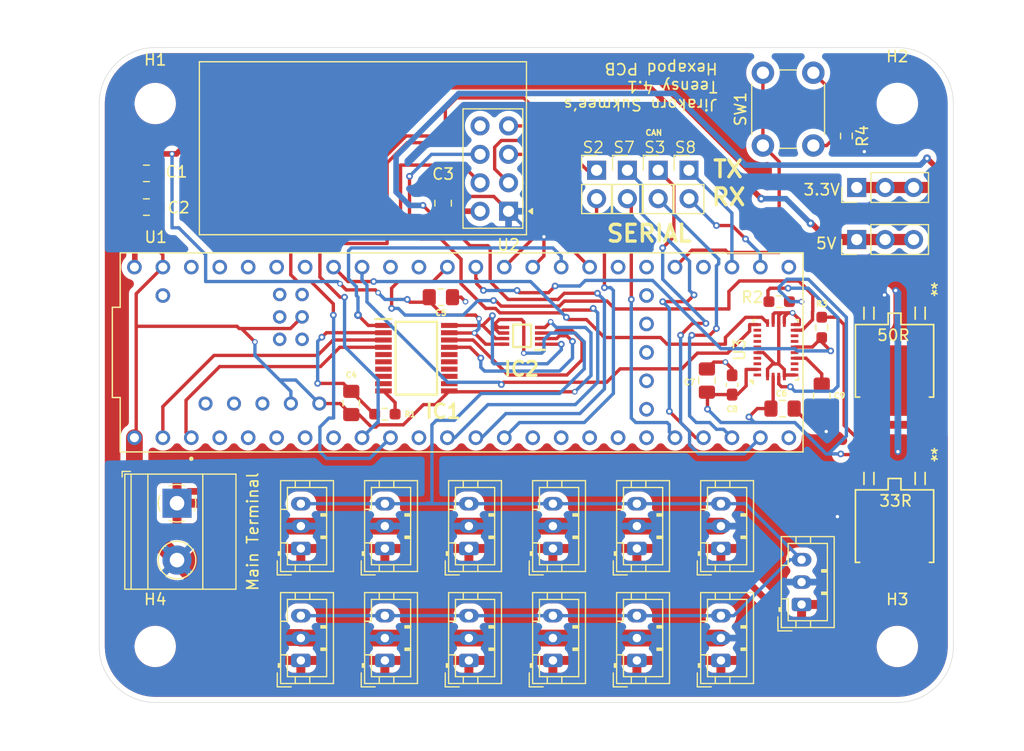
<source format=kicad_pcb>
(kicad_pcb (version 20240108) (generator "pcbnew") (generator_version "8.0")
  (layers (0 "F.Cu" signal) (1 "In1.Cu" power "PWR") (2 "In2.Cu" power "GND") (31 "B.Cu" signal) (34 "B.Paste" user) (35 "F.Paste" user) (36 "B.SilkS" user "B.Silkscreen") (37 "F.SilkS" user "F.Silkscreen") (38 "B.Mask" user) (39 "F.Mask" user) (44 "Edge.Cuts" user))
  (net 0 "")
  (net 1 "GND")
  (net 2 "+5V")
  (net 3 "+3.3V")
  (net 4 "Net-(U3-CAP)")
  (net 5 "VCC")
  (net 6 "Net-(IC1-B3)")
  (net 7 "/servo_tx1")
  (net 10 "Net-(IC1-OE)")
  (net 11 "/servo_rx1")
  (net 17 "Net-(IC1-B1)")
  (net 18 "/servo_dir")
  (net 21 "Net-(IC1-B2)")
  (net 23 "/from_servo")
  (net 24 "Net-(U3-~{BOOT_LOAD_PIN})")
  (net 25 "/BNO_RESET")
  (net 26 "/NRF_MOSI")
  (net 27 "/rx8")
  (net 28 "/NRF_MISO")
  (net 30 "/SDA")
  (net 31 "/ctx3")
  (net 34 "Net-(U1-3.3V-Pad3.3V_1)")
  (net 36 "/rx2")
  (net 39 "/crx3")
  (net 41 "/NRF_CS")
  (net 43 "/SCL")
  (net 45 "/tx8")
  (net 46 "/BNO_INT")
  (net 48 "/NRF_SCK")
  (net 52 "/tx2")
  (net 56 "/rx7")
  (net 57 "/BUTTON_PIN")
  (net 60 "/NRF_CE")
  (net 76 "/tx7")
  (net 77 "Net-(R4-Pad1)")
  (footprint "Connector_JST:JST_PH_B3B-PH-K_1x03_P2.00mm_Vertical" (layer "F.Cu") (at 173 127.25 90)
    (property "Reference" "servo11" (hide yes))
    (property "Value" "Conn_01x03_Socket")
  )
  (footprint "Capacitor_SMD:C_0805_2012Metric_Pad1.18x1.45mm_HandSolder" (layer "F.Cu") (at 178.5 104.75 180)
    (property "Reference" "C6")
    (property "Value" "0.1uF")
  )
  (footprint "Connector_JST:JST_PH_B3B-PH-K_1x03_P2.00mm_Vertical" (layer "F.Cu") (at 173 117.25 90)
    (property "Reference" "servo2" (hide yes))
    (property "Value" "Conn_01x03_Socket")
  )
  (footprint "Connector_PinHeader_2.54mm:PinHeader_1x03_P2.54mm_Vertical" (layer "F.Cu") (at 185.12 85 90)
    (property "Reference" "3.3V")
    (property "Value" "Conn_01x03_Pin")
  )
  (footprint "RF_Module:nRF24L01_Breakout" (layer "F.Cu") (at 154.04 87.12 180)
    (property "Reference" "U2")
    (property "Value" "NRF24")
  )
  (footprint "NC7WZ241K8X:SOP50P310X90-8N" (layer "F.Cu") (at 155.25 98.25 180)
    (property "Reference" "IC2")
    (property "Value" "NC7WZ241K8X" (hide yes))
  )
  (footprint "Connector_PinHeader_2.54mm:PinHeader_1x02_P2.54mm_Vertical" (layer "F.Cu") (at 161.9 83.46)
    (property "Reference" "J2" (hide yes))
    (property "Value" "SERIAL2")
  )
  (footprint "Connector_JST:JST_PH_B3B-PH-K_1x03_P2.00mm_Vertical" (layer "F.Cu") (at 150.5 117.25 90)
    (property "Reference" "servo6" (hide yes))
    (property "Value" "Conn_01x03_Socket")
  )
  (footprint "Connector_JST:JST_PH_B3B-PH-K_1x03_P2.00mm_Vertical" (layer "F.Cu") (at 135.5 117.25 90)
    (property "Reference" "servo13" (hide yes))
    (property "Value" "Conn_01x03_Socket")
  )
  (footprint "Capacitor_SMD:C_0805_2012Metric_Pad1.18x1.45mm_HandSolder" (layer "F.Cu") (at 148.2 86.4 -90)
    (property "Reference" "C3")
    (property "Value" "10uF")
  )
  (footprint "MountingHole:MountingHole_3.2mm_M3" (layer "F.Cu") (at 122.5 126)
    (property "Reference" "H4")
    (property "Value" "MountingHole")
  )
  (footprint "Connector_JST:JST_PH_B3B-PH-K_1x03_P2.00mm_Vertical" (layer "F.Cu") (at 143 127.25 90)
    (property "Reference" "servo10" (hide yes))
    (property "Value" "Conn_01x03_Socket")
  )
  (footprint "Capacitor_SMD:C_0805_2012Metric_Pad1.18x1.45mm_HandSolder" (layer "F.Cu") (at 121.7125 86.75)
    (property "Reference" "C2")
    (property "Value" "10uF")
  )
  (footprint "Capacitor_SMD:C_0805_2012Metric_Pad1.18x1.45mm_HandSolder" (layer "F.Cu") (at 171.75 102.25 90)
    (property "Reference" "C7")
    (property "Value" "0.1uF")
  )
  (footprint "Connector_PinHeader_2.54mm:PinHeader_1x02_P2.54mm_Vertical" (layer "F.Cu") (at 170.15 83.46)
    (property "Reference" "J5" (hide yes))
    (property "Value" "SERIAL8")
  )
  (footprint "TerminalBlock_Phoenix:TerminalBlock_Phoenix_MKDS-1,5-2-5.08_1x02_P5.08mm_Horizontal" (layer "F.Cu") (at 124.445 113.205 -90)
    (property "Reference" "Main Terminal")
    (property "Value" "Main Terminal")
  )
  (footprint "footprints:DPAK_STM" (layer "F.Cu") (at 188.5 115.25 180)
    (property "Reference" "33R")
    (property "Value" "LD29150DT33R")
  )
  (footprint "Resistor_SMD:R_0603_1608Metric_Pad0.98x0.95mm_HandSolder" (layer "F.Cu") (at 184.2 80.4 -90)
    (property "Reference" "R4")
    (property "Value" "10K")
  )
  (footprint "MountingHole:MountingHole_3.2mm_M3" (layer "F.Cu") (at 188.75 77.5)
    (property "Reference" "H2")
    (property "Value" "MountingHole")
  )
  (footprint "Resistor_SMD:R_0603_1608Metric_Pad0.98x0.95mm_HandSolder" (layer "F.Cu") (at 143 105.25)
    (property "Reference" "R1")
    (property "Value" "10K")
  )
  (footprint "MountingHole:MountingHole_3.2mm_M3" (layer "F.Cu") (at 188.75 126)
    (property "Reference" "H3")
    (property "Value" "MountingHole")
  )
  (footprint "Connector_PinHeader_2.54mm:PinHeader_1x02_P2.54mm_Vertical" (layer "F.Cu") (at 167.4 83.46)
    (property "Reference" "J4" (hide yes))
    (property "Value" "CAN_SERIAL3")
  )
  (footprint "Connector_JST:JST_PH_B3B-PH-K_1x03_P2.00mm_Vertical" (layer "F.Cu") (at 150.5 127.25 90)
    (property "Reference" "servo5" (hide yes))
    (property "Value" "Conn_01x03_Socket")
  )
  (footprint "Connector_JST:JST_PH_B3B-PH-K_1x03_P2.00mm_Vertical" (layer "F.Cu") (at 165.5 127.25 90)
    (property "Reference" "servo8" (hide yes))
    (property "Value" "Conn_01x03_Socket")
  )
  (footprint "Connector_JST:JST_PH_B3B-PH-K_1x03_P2.00mm_Vertical" (layer "F.Cu") (at 180.2 122.25 90)
    (property "Reference" "servo3" (hide yes))
    (property "Value" "Conn_01x03_Socket")
  )
  (footprint "Capacitor_SMD:C_0805_2012Metric_Pad1.18x1.45mm_HandSolder" (layer "F.Cu") (at 140 104.25 -90)
    (property "Reference" "C4")
    (property "Value" "0.1uF")
  )
  (footprint "Connector_PinHeader_2.54mm:PinHeader_1x02_P2.54mm_Vertical" (layer "F.Cu") (at 164.65 83.46)
    (property "Reference" "J3" (hide yes))
    (property "Value" "SERIAL7")
  )
  (footprint "Capacitor_SMD:C_0805_2012Metric_Pad1.18x1.45mm_HandSolder" (layer "F.Cu") (at 148 94.8)
    (property "Reference" "C5")
    (property "Value" "0.1uF")
  )
  (footprint "Resistor_SMD:R_0603_1608Metric_Pad0.98x0.95mm_HandSolder" (layer "F.Cu") (at 182 97.5 -90)
    (property "Reference" "R3")
    (property "Value" "10K")
  )
  (footprint "Connector_JST:JST_PH_B3B-PH-K_1x03_P2.00mm_Vertical" (layer "F.Cu") (at 165.5 117.25 90)
    (property "Reference" "servo7" (hide yes))
    (property "Value" "Conn_01x03_Socket")
  )
  (footprint "Button_Switch_THT:SW_PUSH_6mm" (layer "F.Cu") (at 176.75 81.25 90)
    (property "Reference" "SW1")
    (property "Value" "Push_Button")
  )
  (footprint "Connector_JST:JST_PH_B3B-PH-K_1x03_P2.00mm_Vertical" (layer "F.Cu") (at 158 127.25 90)
    (property "Reference" "servo12" (hide yes))
    (property "Value" "Conn_01x03_Socket")
  )
  (footprint "Package_LGA:LGA-28_5.2x3.8mm_P0.5mm" (layer "F.Cu") (at 177.9125 99.5 90)
    (property "Reference" "U3")
    (property "Value" "BNO055")
  )
  (footprint "Connector_JST:JST_PH_B3B-PH-K_1x03_P2.00mm_Vertical" (layer "F.Cu") (at 135.5 127.25 90)
    (property "Reference" "servo9" (hide yes))
    (property "Value" "Conn_01x03_Socket")
  )
  (footprint "Capacitor_SMD:C_0805_2012Metric_Pad1.18x1.45mm_HandSolder" (layer "F.Cu") (at 182 103.6 90)
    (property "Reference" "C9")
    (property "Value" "0.1uF")
  )
  (footprint "footprints:DPAK_STM" (layer "F.Cu") (at 188.5 100.4847 180)
    (property "Reference" "50R")
    (property "Value" "LD29150DT50R")
  )
  (footprint "Capacitor_SMD:C_0603_1608Metric_Pad1.08x0.95mm_HandSolder" (layer "F.Cu") (at 174 102.6375 -90)
    (property "Reference" "C8")
    (property "Value" "0.0068uF")
  )
  (footprint "TXB0108PWR:SOP65P640X120-20N" (layer "F.Cu") (at 145.812 100.25)
    (property "Reference" "IC1")
    (property "Value" "TXB0108PWR" (hide yes))
  )
  (footprint "Resistor_SMD:R_0603_1608Metric_Pad0.98x0.95mm_HandSolder" (layer "F.Cu") (at 178.2 95.2 180)
    (property "Reference" "R2")
    (property "Value" "10K")
  )
  (footprint "Capacitor_SMD:C_0805_2012Metric_Pad1.18x1.45mm_HandSolder" (layer "F.Cu") (at 121.7125 83.74)
    (property "Reference" "C1")
    (property "Value" "0.1uF")
  )
  (footprint "Connector_JST:JST_PH_B3B-PH-K_1x03_P2.00mm_Vertical" (layer "F.Cu") (at 143 117.25 90)
    (property "Reference" "servo4" (hide yes))
    (property "Value" "Conn_01x03_Socket")
  )
  (footprint "MountingHole:MountingHole_3.2mm_M3" (layer "F.Cu") (at 122.5 77.5)
    (property "Reference" "H1")
    (property "Value" "MountingHole")
  )
  (footprint "Connector_PinHeader_2.54mm:PinHeader_1x03_P2.54mm_Vertical" (layer "F.Cu") (at 185.12 89.65 90)
    (property "Reference" "5V")
    (property "Value" "Conn_01x03_Pin")
  )
  (footprint "Connector_JST:JST_PH_B3B-PH-K_1x03_P2.00mm_Vertical" (layer "F.Cu") (at 158 117.25 90)
    (property "Reference" "servo1" (hide yes))
    (property "Value" "Conn_01x03_Socket")
  )
  (footprint "DEV-16771:MODULE_DEV-16771" (layer "F.Cu") (at 149.85 99.7325)
    (property "Reference" "U1")
    (property "Value" "DEV-16771")
  )
  (gr_line (start 117.5 77.5) (end 117.5 126) (stroke (width 0.05)) (layer "Edge.Cuts"))
  (gr_arc (start 117.5 77.5) (mid 118.964466 73.964466) (end 122.5 72.5) (stroke (width 0.05)) (layer "Edge.Cuts"))
  (gr_line (start 188.75 72.5) (end 122.5 72.5) (stroke (width 0.05)) (layer "Edge.Cuts"))
  (gr_arc (start 122.5 131) (mid 118.964466 129.535534) (end 117.5 126) (stroke (width 0.05)) (layer "Edge.Cuts"))
  (gr_arc (start 193.75 126) (mid 192.285534 129.535534) (end 188.75 131) (stroke (width 0.05)) (layer "Edge.Cuts"))
  (gr_line (start 122.5 131) (end 188.75 131) (stroke (width 0.05)) (layer "Edge.Cuts"))
  (gr_arc (start 188.75 72.5) (mid 192.285534 73.964466) (end 193.75 77.5) (stroke (width 0.05)) (layer "Edge.Cuts"))
  (gr_line (start 193.75 126) (end 193.75 77.5) (stroke (width 0.05)) (layer "Edge.Cuts"))
  (gr_text "S8" (at 168.8 82 0) (layer "F.SilkS") (effects (font (size 1 1) (thickness 0.125) (bold yes)) (justify left bottom)))
  (gr_text "CAN\n" (at 166.2 80.4 0) (layer "F.SilkS") (effects (font (size 0.5 0.5) (thickness 0.125) (bold yes)) (justify left bottom)))
  (gr_text "S7\n" (at 163.32 82 0) (layer "F.SilkS") (effects (font (size 1 1) (thickness 0.125) (bold yes)) (justify left bottom)))
  (gr_text "SERIAL" (at 162.65 89.985 0) (layer "F.SilkS") (effects (font (size 1.5 1.5) (thickness 0.3) (bold yes)) (justify left bottom)))
  (gr_text "TX\n" (at 172.15 84.235 0) (layer "F.SilkS") (effects (font (size 1.5 1.5) (thickness 0.3) (bold yes)) (justify left bottom)))
  (gr_text "RX\n" (at 172.024286 86.735 0) (layer "F.SilkS") (effects (font (size 1.5 1.5) (thickness 0.3) (bold yes)) (justify left bottom)))
  (gr_text "S2\n" (at 160.57 82 0) (layer "F.SilkS") (effects (font (size 1 1) (thickness 0.125) (bold yes)) (justify left bottom)))
  (gr_text "S3" (at 166.07 82 0) (layer "F.SilkS") (effects (font (size 1 1) (thickness 0.125) (bold yes)) (justify left bottom)))
  (gr_text "Jirakorn Sukmee's \nTeensy 4.1 \nHexapod PCB" (at 172.8 73.8 180) (layer "F.SilkS") (effects (font (size 1 1)) (justify left bottom)))
  (segment (start 139.015 104.3025) (end 140 105.2875) (width 0.3) (layer "F.Cu") (net 1))
  (segment (start 135.45 125.2) (end 135.5 125.25) (width 1.5) (layer "F.Cu") (net 1))
  (segment (start 179.4 96.2) (end 178.4 96.2) (width 0.3) (layer "F.Cu") (net 1))
  (segment (start 124.445 118.285) (end 125.88 119.72) (width 1.5) (layer "F.Cu") (net 1))
  (segment (start 181.1875 106.4) (end 179.5375 104.75) (width 0.3) (layer "F.Cu") (net 1))
  (segment (start 140.6875 105.2875) (end 141.8 106.4) (width 0.3) (layer "F.Cu") (net 1))
  (segment (start 142.4 106.2) (end 144.643716 106.2) (width 0.3) (layer "F.Cu") (net 1))
  (segment (start 125.88 118.52) (end 129 115.4) (width 1.5) (layer "F.Cu") (net 1))
  (segment (start 188.5 102.25) (end 186.8 100.55) (width 0.6) (layer "F.Cu") (net 1))
  (segment (start 120.8 94.4925) (end 123.18 92.1125) (width 0.3) (layer "F.Cu") (net 1))
  (segment (start 173.4 100.6) (end 172.3625 100.6) (width 0.3) (layer "F.Cu") (net 1))
  (segment (start 134.5725 97.6) (end 135.61 96.5625) (width 0.3) (layer "F.Cu") (net 1))
  (segment (start 154.04 87.12) (end 152.72 85.8) (width 0.3) (layer "F.Cu") (net 1))
  (segment (start 182 104.6375) (end 182 106.4) (width 0.3) (layer "F.Cu") (net 1))
  (segment (start 174 101.775) (end 174 101.2) (width 0.3) (layer "F.Cu") (net 1))
  (segment (start 148.6375 85.8) (end 148.2 85.3625) (width 0.3) (layer "F.Cu") (net 1))
  (segment (start 177.623 100.7625) (end 177.8 100.7625) (width 0.3) (layer "F.Cu") (net 1))
  (segment (start 172.3625 100.6) (end 171.75 101.2125) (width 0.3) (layer "F.Cu") (net 1))
  (segment (start 177.4 124) (end 180.4 127) (width 0.6) (layer "F.Cu") (net 1))
  (segment (start 144.643716 106.2) (end 146.443716 104.4) (width 0.3) (layer "F.Cu") (net 1))
  (segment (start 125.88 119.72) (end 131.36 125.2) (width 1.5) (layer "F.Cu") (net 1))
  (segment (start 148.825 103.25) (end 159.95 103.25) (width 0.3) (layer "F.Cu") (net 1))
  (segment (start 177.8 96.2) (end 177.6625 96.3375) (width 0.3) (layer "F.Cu") (net 1))
  (segment (start 149.0375 94.8) (end 149.8 94.8) (width 0.3) (layer "F.Cu") (net 1))
  (segment (start 177.1625 101.8875) (end 177.1625 101.223) (width 0.3) (layer "F.Cu") (net 1))
  (segment (start 131.6 120.2) (end 175.4 120.2) (width 0.6) (layer "F.Cu") (net 1))
  (segment (start 157.3 97.5) (end 157.8 97) (width 0.3) (layer "F.Cu") (net 1))
  (segment (start 120.64 107.3525) (end 120.8 107.1925) (width 0.3) (layer "F.Cu") (net 1))
  (segment (start 123.18 91.02) (end 122.75 90.59) (width 0.3) (layer "F.Cu") (net 1))
  (segment (start 137.15 104.3025) (end 139.015 104.3025) (width 0.3) (layer "F.Cu") (net 1))
  (segment (start 123.18 92.1125) (end 123.18 91.02) (width 0.3) (layer "F.Cu") (net 1))
  (segment (start 124.445 118.285) (end 129.685 118.285) (width 0.6) (layer "F.Cu") (net 1))
  (segment (start 122.75 83.74) (end 122.75 86.75) (width 0.3) (layer "F.Cu") (net 1))
  (segment (start 129.685 118.285) (end 131.6 120.2) (width 0.6) (layer "F.Cu") (net 1))
  (segment (start 149.8 94.8) (end 150.2 95.2) (width 0.3) (layer "F.Cu") (net 1))
  (segment (start 157.2 91.1125) (end 156.2 92.1125) (width 0.3) (layer "F.Cu") (net 1))
  (segment (start 178.1625 100.7625) (end 178.6625 101.2625) (width 0.3) (layer "F.Cu") (net 1))
  (segment (start 185.3125 81.3125) (end 185.8 81.8) (width 0.3) (layer "F.Cu") (net 1))
  (segment (start 176.25 99.75) (end 176.7875 99.75) (width 0.3) (layer "F.Cu") (net 1))
  (segment (start 124.445 118.285) (end 120.64 114.48) (width 1.5) (layer "F.Cu") (net 1))
  (segment (start 178.1625 96.4375) (end 178.1625 97.1125) (width 0.3) (layer "F.Cu") (net 1))
  (segment (start 188.5 117.0153) (end 185.8847 114.4) (width 0.6) (layer "F.Cu") (net 1))
  (segment (start 156.825 97.5) (end 157.3 97.5) (width 0.3) (layer "F.Cu") (net 1))
  (segment (start 129.8 97.4) (end 130 97.6) (width 0.3) (layer "F.Cu") (net 1))
  (segment (start 188.5 120.1) (end 188.5 117.0153) (width 0.6) (layer "F.Cu") (net 1))
  (segment (start 148.75 103.175) (end 148.825 103.25) (width 0.3) (layer "F.Cu") (net 1))
  (segment (start 179.575 101.75) (end 178.8 101.75) (width 0.3) (layer "F.Cu") (net 1))
  (segment (start 130 97.6) (end 130.2 97.6) (width 0.3) (layer "F.Cu") (net 1))
  (segment (start 135.5 125.25) (end 173 125.25) (width 1.5) (layer "F.Cu") (net 1))
  (segment (start 177.8 100.7625) (end 178.1625 100.7625) (width 0.3) (layer "F.Cu") (net 1))
  (segment (start 146.443716 104.4) (end 147.525 104.4) (width 0.3) (layer "F.Cu") (net 1))
  (segment (start 180 96.8) (end 180 97.25) (width 0.3) (layer "F.Cu") (net 1))
  (segment (start 174 101.2) (end 173.4 100.6) (width 0.3) (layer "F.Cu") (net 1))
  (segment (start 184.4 126.8) (end 184.4 124.2) (width 0.6) (layer "F.Cu") (net 1))
  (segment (start 131.36 125.2) (end 133 125.2) (width 1.5) (layer "F.Cu") (net 1))
  (segment (start 185.8847 114.4) (end 183.4 114.4) (width 0.6) (layer "F.Cu") (net 1))
  (segment (start 175.4 120.2) (end 177.4 122.2) (width 0.6) (layer "F.Cu") (net 1))
  (segment (start 120.8 97.4) (end 120.8 94.4925) (width 0.3) (layer "F.Cu") (net 1))
  (segment (start 133 125.2) (end 135.45 125.2) (width 1.5) (layer "F.Cu") (net 1))
  (segment (start 178.8 101.75) (end 178.6625 101.8875) (width 0.3) (layer "F.Cu") (net 1))
  (segment (start 177.6625 96.3375) (end 177.6625 97.1125) (width 0.3) (layer "F.Cu") (net 1))
  (segment (start 178.4 96.2) (end 177.8 96.2) (width 0.3) (layer "F.Cu") (net 1))
  (segment (start 187.6 97) (end 187.6 94.6) (width 0.6) (layer "F.Cu") (net 1))
  (segment (start 120.8 107.1925) (end 120.8 97.4) (width 0.3) (layer "F.Cu") (net 1))
  (segment (start 122.75 90.59) (end 122.75 86.75) (width 0.3) (layer "F.Cu") (net 1))
  (segment (start 129 115.4) (end 130.4 115.4) (width 1.5) (layer "F.Cu") (net 1))
  (segment (start 178.6625 101.2625) (end 178.6625 101.8875) (width 0.3) (layer "F.Cu") (net 1))
  (segment (start 177.1625 101.223) (end 177.623 100.7625) (width 0.3) (layer "F.Cu") (net 1))
  (segment (start 125.88 119.72) (end 125.88 118.52) (width 1.5) (layer "F.Cu") (net 1))
  (segment (start 130.2 97.6) (end 131.4 98.8) (width 0.3) (layer "F.Cu") (net 1))
  (segment (start 130.2 97.6) (end 134.5725 97.6) (width 0.3) (layer "F.Cu") (net 1))
  (segment (start 140 105.2875) (end 140.6875 105.2875) (width 0.3) (layer "F.Cu") (net 1))
  (segment (start 182 106.4) (end 182.4 106.8) (width 0.3) (layer "F.Cu") (net 1))
  (segment (start 184.4 124.2) (end 188.5 120.1) (width 0.6) (layer "F.Cu") (net 1))
  (segment (start 180.4 127) (end 184.2 127) (width 0.6) (layer "F.Cu") (net 1))
  (segment (start 157.2 89.4) (end 157.2 91.1125) (width 0.3) (layer "F.Cu") (net 1))
  (segment (start 179.4 96.2) (end 180 96.8) (width 0.3) (layer "F.Cu") (net 1))
  (segment (start 130.55 115.25) (end 173 115.25) (width 1.5) (layer "F.Cu") (net 1))
  (segment (start 178.1625 97.1125) (end 178.1625 100.7625) (width 0.3) (layer "F.Cu") (net 1))
  (segment (start 182 106.4) (end 181.1875 106.4) (width 0.3) (layer "F.Cu") (net 1))
  (segment (start 120.64 114.48) (end 120.64 107.3525) (width 1.5) (layer "F.Cu") (net 1))
  (segment (start 184.2 127) (end 184.4 126.8) (width 0.6) (layer "F.Cu") (net 1))
  (segment (start 176.7875 99.75) (end 177.8 100.7625) (width 0.3) (layer "F.Cu") (net 1))
  (segment (start 178.6625 97.1125) (end 178.6625 96.5375) (width 0.3) (layer "F.Cu") (net 1))
  (segment (start 179 96.2) (end 179.4 96.2) (width 0.3) (layer "F.Cu") (net 1))
  (segment (start 180 97.25) (end 179.575 97.25) (width 0.3) (layer "F.Cu") (net 1))
  (segment (start 177.4 122.2) (end 177.4 124) (width 0.6) (layer "F.Cu") (net 1))
  (segment (start 178.4 96.2) (end 178.1625 96.4375) (width 0.3) (layer "F.Cu") (net 1))
  (segment (start 186.8 100.55) (end 186.8 97.8) (width 0.6) (layer "F.Cu") (net 1))
  (segment (start 147.525 104.4) (end 148.75 103.175) (width 0.3) (layer "F.Cu") (net 1))
  (segment (start 184.2 81.3125) (end 185.3125 81.3125) (width 0.3) (layer "F.Cu") (net 1))
  (segment (start 141.8 106.4) (end 142.2 106.4) (width 0.3) (layer "F.Cu") (net 1))
  (segment (start 186.8 97.8) (end 187.6 97) (width 0.6) (layer "F.Cu") (net 1))
  (segment (start 178.6625 96.5375) (end 179 96.2) (width 0.3) (layer "F.Cu") (net 1))
  (segment (start 120.8 97.4) (end 129.8 97.4) (width 0.3) (layer "F.Cu") (net 1))
  (segment (start 152.72 85.8) (end 148.6375 85.8) (width 0.3) (layer "F.Cu") (net 1))
  (segment (start 142.2 106.4) (end 142.4 106.2) (width 0.3) (layer "F.Cu") (net 1))
  (segment (start 130.4 115.4) (end 130.55 115.25) (width 1.5) (layer "F.Cu") (net 1))
  (via (at 157.2 89.4) (size 0.5) (drill 0.3) (layers "F.Cu" "B.Cu") (net 1))
  (via (at 187.6 94.6) (size 0.5) (drill 0.3) (layers "F.Cu" "B.Cu") (net 1))
  (via (at 150.2 95.2) (size 0.5) (drill 0.3) (layers "F.Cu" "B.Cu") (net 1))
  (via (at 173.4 100.6) (size 0.5) (drill 0.3) (layers "F.Cu" "B.Cu") (net 1))
  (via (at 183.4 114.4) (size 0.5) (drill 0.3) (layers "F.Cu" "B.Cu") (net 1))
  (via (at 157.8 97) (size 0.5) (drill 0.3) (layers "F.Cu" "B.Cu") (net 1))
  (via (at 131.4 98.8) (size 0.5) (drill 0.3) (layers "F.Cu" "B.Cu") (net 1))
  (via (at 182.4 106.8) (size 0.5) (drill 0.3) (layers "F.Cu" "B.Cu") (net 1))
  (via (at 179.4 96.2) (size 0.5) (drill 0.3) (layers "F.Cu" "B.Cu") (net 1))
  (via (at 159.95 103.25) (size 0.5) (drill 0.3) (layers "F.Cu" "B.Cu") (net 1))
  (via (at 185.8 81.8) (size 0.5) (drill 0.3) (layers "F.Cu" "B.Cu") (net 1))
  (segment (start 131.4 100) (end 133.6 102.2) (width 0.3) (layer "B.Cu") (net 1))
  (segment (start 161 97.6) (end 160.9 97.5) (width 0.3) (layer "B.Cu") (net 1))
  (segment (start 133.6 102.2) (end 135.0475 102.2) (width 0.3) (layer "B.Cu") (net 1))
  (segment (start 135.0475 102.2) (end 137.15 104.3025) (width 0.3) (layer "B.Cu") (net 1))
  (segment (start 154.04 87.12) (end 156.32 89.4) (width 0.3) (layer "B.Cu") (net 1))
  (segment (start 187.8 110) (end 187.8 109.2) (width 0.6) (layer "B.Cu") (net 1))
  (segment (start 161.4 98) (end 161 97.6) (width 0.3) (layer "B.Cu") (net 1))
  (segment (start 133.6 102.2) (end 134.61 103.21) (width 0.3) (layer "B.Cu") (net 1))
  (segment (start 160.9 97.5) (end 158.3 97.5) (width 0.3) (layer "B.Cu") (net 1))
  (segment (start 158.3 97.5) (end 157.8 97) (width 0.3) (layer "B.Cu") (net 1))
  (segment (start 161.4 101.8) (end 161.4 98) (width 0.3) (layer "B.Cu") (net 1))
  (segment (start 156.32 89.4) (end 157.2 89.4) (width 0.3) (layer "B.Cu") (net 1))
  (segment (start 183.4 114.4) (end 187.8 110) (width 0.6) (layer "B.Cu") (net 1))
  (segment (start 187.8 94.8) (end 187.6 94.6) (width 0.6) (layer "B.Cu") (net 1))
  (segment (start 187.8 109.2) (end 187.8 94.8) (width 0.6) (layer "B.Cu") (net 1))
  (segment (start 134.61 103.21) (end 134.61 104.3025) (width 0.3) (layer "B.Cu") (net 1))
  (segment (start 131.4 98.8) (end 131.4 100) (width 0.3) (layer "B.Cu") (net 1))
  (segment (start 159.95 103.25) (end 161.4 101.8) (width 0.3) (layer "B.Cu") (net 1))
  (segment (start 120.8 82.4) (end 120.675 82.525) (width 0.5) (layer "F.Cu") (net 2))
  (segment (start 151.075 96.4) (end 148.2 96.4) (width 0.3) (layer "F.Cu") (net 2))
  (segment (start 120.8 82) (end 120.8 82.4) (width 0.5) (layer "F.Cu") (net 2))
  (segment (start 151 98) (end 148.775 98) (width 0.3) (layer "F.Cu") (net 2))
  (segment (start 176.6 86) (end 166.6 76) (width 0.5) (layer "F.Cu") (net 2))
  (segment (start 142.15 94.15) (end 139.55 94.15) (width 0.3) (layer "F.Cu") (net 2))
  (segment (start 182.4 91.6) (end 182.4 89.8) (width 1) (layer "F.Cu") (net 2))
  (segment (start 146.7125 95.25) (end 145.25 95.25) (width 0.3) (layer "F.Cu") (net 2))
  (segment (start 148.2 96.4) (end 146.9625 95.1625) (width 0.3) (layer "F.Cu") (net 2))
  (segment (start 182.55 89.65) (end 190.2 89.65) (width 1) (layer "F.Cu") (net 2))
  (segment (start 139.55 94.15) (end 139 93.6) (width 0.3) (layer "F.Cu") (net 2))
  (segment (start 151 98) (end 152 99) (width 0.3) (layer "F.Cu") (net 2))
  (segment (start 130.4 76) (end 124.4 82) (width 0.5) (layer "F.Cu") (net 2))
  (segment (start 146.9625 95.1625) (end 146.9625 94.8) (width 0.3) (layer "F.Cu") (net 2))
  (segment (start 120.675 86.75) (end 120.675 92.0775) (width 0.5) (layer "F.Cu") (net 2))
  (segment (start 182.55 89.65) (end 181.1 88.2) (width 0.5) (layer "F.Cu") (net 2))
  (segment (start 184.8966 94.0966) (end 182.4 91.6) (width 1) (layer "F.Cu") (net 2))
  (segment (start 145.25 95.25) (end 145 95) (width 0.3) (layer "F.Cu") (net 2))
  (segment (start 120.675 92.0775) (end 120.64 92.1125) (width 0.5) (layer "F.Cu") (net 2))
  (segment (start 151.4 96.725) (end 151.075 96.4) (width 0.3) (layer "F.Cu") (net 2))
  (segment (start 120.675 83.74) (end 120.675 86.75) (width 0.5) (layer "F.Cu") (net 2))
  (segment (start 186.214 94.0966) (end 184.8966 94.0966) (width 1) (layer "F.Cu") (net 2))
  (segment (start 152 99) (end 153.675 99) (width 0.3) (layer "F.Cu") (net 2))
  (segment (start 181.1 88.2) (end 181 88.2) (width 0.5) (layer "F.Cu") (net 2))
  (segment (start 166.6 76) (end 130.4 76) (width 0.5) (layer "F.Cu") (net 2))
  (segment (start 142.4 94.4) (end 142.15 94.15) (width 0.3) (layer "F.Cu") (net 2))
  (segment (start 182.4 89.8) (end 182.55 89.65) (width 0.5) (layer "F.Cu") (net 2))
  (segment (start 120.675 82.525) (end 120.675 83.74) (width 0.5) (layer "F.Cu") (net 2))
  (segment (start 124.4 82) (end 120.8 82) (width 0.5) (layer "F.Cu") (net 2))
  (segment (start 148.775 98) (end 148.75 97.975) (width 0.3) (layer "F.Cu") (net 2))
  (via (at 139 93.6) (size 0.5) (drill 0.3) (layers "F.Cu" "B.Cu") (net 2))
  (via (at 151 98) (size 0.5) (drill 0.3) (layers "F.Cu" "B.Cu") (net 2))
  (via (at 145 95) (size 0.6) (drill 0.3) (layers "F.Cu" "B.Cu") (net 2))
  (via (at 181 88.2) (size 0.7) (drill 0.3) (layers "F.Cu" "B.Cu") (net 2))
  (via (at 124 82) (size 0.5) (drill 0.3) (layers "F.Cu" "B.Cu") (net 2))
  (via (at 151.4 96.725) (size 0.5) (drill 0.3) (layers "F.Cu" "B.Cu") (net 2))
  (via (at 176.6 86) (size 0.7) (drill 0.3) (layers "F.Cu" "B.Cu") (net 2))
  (via (at 142.4 94.4) (size 0.5) (drill 0.3) (layers "F.Cu" "B.Cu") (net 2))
  (segment (start 143 95) (end 142.4 94.4) (width 0.3) (layer "B.Cu") (net 2))
  (segment (start 124 88.6) (end 124 82) (width 0.3) (layer "B.Cu") (net 2))
  (segment (start 124.6 88.6) (end 124 88.6) (width 0.3) (layer "B.Cu") (net 2))
  (segment (start 151.4 97.6) (end 151 98) (width 0.3) (layer "B.Cu") (net 2))
  (segment (start 151.4 96.725) (end 151.4 97.6) (width 0.3) (layer "B.Cu") (net 2))
  (segment (start 145 95) (end 143 95) (width 0.3) (layer "B.Cu") (net 2))
  (segment (start 138.8 93.4) (end 132 93.4) (width 0.3) (layer "B.Cu") (net 2))
  (segment (start 127 91) (end 126 90) (width 0.3) (layer "B.Cu") (net 2))
  (segment (start 181 88.2) (end 178.8 86) (width 0.5) (layer "B.Cu") (net 2))
  (segment (start 126 90) (end 124.6 88.6) (width 0.3) (layer "B.Cu") (net 2))
  (segment (start 178.8 86) (end 176.6 86) (width 0.5) (layer "B.Cu") (net 2))
  (segment (start 132 93.4) (end 127 93.4) (width 0.3) (layer "B.Cu") (net 2))
  (segment (start 139 93.6) (end 138.8 93.4) (width 0.3) (layer "B.Cu") (net 2))
  (segment (start 127 93.4) (end 127 91) (width 0.3) (layer "B.Cu") (net 2))
  (segment (start 148.2 87.4375) (end 147.2375 87.4375) (width 0.3) (layer "F.Cu") (net 3))
  (segment (start 174.475 103.5) (end 175.25 102.725) (width 0.3) (layer "F.Cu") (net 3))
  (segment (start 184 106.25) (end 186.214 108.464) (width 0.3) (layer "F.Cu") (net 3))
  (segment (start 140 103.2125) (end 139.2875 102.5) (width 0.3) (layer "F.Cu") (net 3))
  (segment (start 182 96.5875) (end 183.3375 96.5875) (width 0.3) (layer "F.Cu") (net 3))
  (segment (start 192.8 85.2) (end 192.6 85) (width 0.5) (layer "F.Cu") (net 3))
  (segment (start 139.2875 102.5) (end 137 102.5) (width 0.3) (layer "F.Cu") (net 3))
  (segment (start 179.1125 95.2) (end 180.2 95.2) (width 0.3) (layer "F.Cu") (net 3))
  (segment (start 137.775 97.975) (end 142.874 97.975) (width 0.3) (layer "F.Cu") (net 3))
  (segment (start 137.375 98.375) (end 137.775 97.975) (width 0.3) (layer "F.Cu") (net 3))
  (segment (start 186.214 108.464) (end 186.214 108.8619) (width 0.3) (layer "F.Cu") (net 3))
  (segment (start 183.7 108.8) (end 183.7619 108.8619) (width 0.3) (layer "F.Cu") (net 3))
  (segment (start 171.8 103.3375) (end 171.75 103.2875) (width 0.3) (layer "F.Cu") (net 3))
  (segment (start 177.4625 104.75) (end 177.6625 104.55) (width 0.3) (layer "F.Cu") (net 3))
  (segment (start 192.8 105.6) (end 192.8 85.2) (width 0.7) (layer "F.Cu") (net 3))
  (segment (start 171.8 104.8) (end 171.8 103.3375) (width 0.3) (layer "F.Cu") (net 3))
  (segment (start 175.25 102.725) (end 175.25 101.25) (width 0.3) (layer "F.Cu") (net 3))
  (segment (start 175.25 101.25) (end 176.25 101.25) (width 0.3) (layer "F.Cu") (net 3))
  (segment (start 148.2 87.4375) (end 148.5625 87.4375) (width 0.3) (layer "F.Cu") (net 3))
  (segment (start 176.25 104.75) (end 175.5 105.5) (width 0.3) (layer "F.Cu") (net 3))
  (segment (start 183.7619 108.8619) (end 186.214 108.8619) (width 0.3) (layer "F.Cu") (net 3))
  (segment (start 174 103.5) (end 171.9625 103.5) (width 0.3) (layer "F.Cu") (net 3))
  (segment (start 183.3375 96.5875) (end 184 97.25) (width 0.3) (layer "F.Cu") (net 3))
  (segment (start 174 103.5) (end 174.475 103.5) (width 0.3) (layer "F.Cu") (net 3))
  (segment (start 148.88 87.12) (end 151.5 87.12) (width 0.5) (layer "F.Cu") (net 3))
  (segment (start 171.9625 103.5) (end 171.75 103.2875) (width 0.3) (layer "F.Cu") (net 3))
  (segment (start 192.2 106.2) (end 187.6 106.2) (width 0.7) (layer "F.Cu") (net 3))
  (segment (start 142.0875 105.25) (end 142.0375 105.25) (width 0.3) (layer "F.Cu") (net 3))
  (segment (start 187.6 106.2) (end 186.214 107.586) (width 0.7) (layer "F.Cu") (net 3))
  (segment (start 147.2375 87.4375) (end 146.4 86.6) (width 0.3) (layer "F.Cu") (net 3))
  (segment (start 192.6 85) (end 192.6 83.6) (width 0.5) (layer "F.Cu") (net 3))
  (segment (start 184 97.25) (end 184 106.25) (width 0.3) (layer "F.Cu") (net 3))
  (segment (start 148.5625 87.4375) (end 148.88 87.12) (width 0.3) (layer "F.Cu") (net 3))
  (segment (start 177.4625 104.75) (end 176.25 104.75) (width 0.3) (layer "F.Cu") (net 3))
  (segment (start 186.214 108.8619) (end 186.214 107.586) (width 0.5) (layer "F.Cu") (net 3))
  (segment (start 142.0375 105.25) (end 140 103.2125) (width 0.3) (layer "F.Cu") (net 3))
  (segment (start 177.6625 104.55) (end 177.6625 101.8875) (width 0.3) (layer "F.Cu") (net 3))
  (segment (start 192.2 106.2) (end 192.8 105.6) (width 0.7) (layer "F.Cu") (net 3))
  (segment (start 192.6 85) (end 185.12 85) (width 1) (layer "F.Cu") (net 3))
  (segment (start 185.3119 108.8619) (end 186.214 108.8619) (width 0.3) (layer "F.Cu") (net 3))
  (segment (start 192.6 83.6) (end 191.4 82.4) (width 0.5) (layer "F.Cu") (net 3))
  (via (at 175.5 105.5) (size 0.6) (drill 0.3) (layers "F.Cu" "B.Cu") (net 3))
  (via (at 191.4 82.4) (size 0.7) (drill 0.3) (layers "F.Cu" "B.Cu") (net 3))
  (via (at 180.2 95.2) (size 0.5) (drill 0.3) (layers "F.Cu" "B.Cu") (net 3))
  (via (at 146.4 86.6) (size 0.6) (drill 0.3) (layers "F.Cu" "B.Cu") (net 3))
  (via (at 171.8 104.8) (size 0.6) (drill 0.3) (layers "F.Cu" "B.Cu") (net 3))
  (via (at 137 102.5) (size 0.6) (drill 0.3) (layers "F.Cu" "B.Cu") (net 3))
  (via (at 137.375 98.375) (size 0.6) (drill 0.3) (layers "F.Cu" "B.Cu") (net 3))
  (via (at 183.7 108.8) (size 0.6) (drill 0.3) (layers "F.Cu" "B.Cu") (net 3))
  (segment (start 190.8 83) (end 175.2 83) (width 0.5) (layer "B.Cu") (net 3))
  (segment (start 144 85.4) (end 145.2 86.6) (width 0.5) (layer "B.Cu") (net 3))
  (segment (start 182.6 108.8) (end 182.4 108.8) (width 0.3) (layer "B.Cu") (net 3))
  (segment (start 137.375 98.375) (end 137 98.75) (width 0.3) (layer "B.Cu") (net 3))
  (segment (start 182.4 108.8) (end 179.6 106) (width 0.3) (layer "B.Cu") (net 3))
  (segment (start 137 98.75) (end 137 102.5) (width 0.3) (layer "B.Cu") (net 3))
  (segment (start 149.6 76.6) (end 144 82.2) (width 0.5) (layer "B.Cu") (net 3))
  (segment (start 145.2 86.6) (end 146.4 86.6) (width 0.5) (layer "B.Cu") (net 3))
  (segment (start 175.2 83) (end 168.8 76.6) (width 0.5) (layer "B.Cu") (net 3))
  (segment (start 184.2 96.6) (end 184.2 107.2) (width 0.3) (layer "B.Cu") (net 3))
  (segment (start 144 82.2) (end 144 85.4) (width 0.5) (layer "B.Cu") (net 3))
  (segment (start 176 106) (end 175.5 105.5) (width 0.3) (layer "B.Cu") (net 3))
  (segment (start 181 107.4) (end 179.6 106) (width 0.3) (layer "B.Cu") (net 3))
  (segment (start 180.8 93.2) (end 184.2 96.6) (width 0.3) (layer "B.Cu") (net 3))
  (segment (start 184.2 107.2) (end 182.6 108.8) (width 0.3) (layer "B.Cu") (net 3))
  (segment (start 168.8 76.6) (end 149.6 76.6) (width 0.5) (layer "B.Cu") (net 3))
  (segment (start 176.25 106) (end 176 106) (width 0.3) (layer "B.Cu") (net 3))
  (segment (start 183.7 108.8) (end 182.6 108.8) (width 0.3) (layer "B.Cu") (net 3))
  (segment (start 178.880761 93.2) (end 180.8 93.2) (width 0.3) (layer "B.Cu") (net 3))
  (segment (start 178.2 94.2) (end 178.2 93.880761) (width 0.3) (layer "B.Cu") (net 3))
  (segment (start 180.2 95.2) (end 179.2 95.2) (width 0.3) (layer "B.Cu") (net 3))
  (segment (start 191.4 82.4) (end 190.8 83) (width 0.5) (layer "B.Cu") (net 3))
  (segment (start 173 106) (end 176.25 106) (width 0.3) (layer "B.Cu") (net 3))
  (segment (start 178.2 93.880761) (end 178.880761 93.2) (width 0.3) (layer "B.Cu") (net 3))
  (segment (start 171.8 104.8) (end 173 106) (width 0.3) (layer "B.Cu") (net 3))
  (segment (start 179.2 95.2) (end 178.2 94.2) (width 0.3) (layer "B.Cu") (net 3))
  (segment (start 179.6 106) (end 179 106) (width 0.3) (layer "B.Cu") (net 3))
  (segment (start 179 106) (end 176.25 106) (width 0.3) (layer "B.Cu") (net 3))
  (segment (start 180.6 100.25) (end 182 101.65) (width 0.3) (layer "F.Cu") (net 4))
  (segment (start 182 101.65) (end 182 102.5625) (width 0.3) (layer "F.Cu") (net 4))
  (segment (start 179.575 100.25) (end 180.6 100.25) (width 0.3) (layer "F.Cu") (net 4))
  (segment (start 125.5 112.15) (end 131.45 112.15) (width 0.6) (layer "F.Cu") (net 5))
  (segment (start 124.445 113.205) (end 125.5 112.15) (width 0.6) (layer "F.Cu") (net 5))
  (segment (start 190.786 94.0966) (end 188.7034 94.0966) (width 0.6) (layer "F.Cu") (net 5))
  (segment (start 182.6 112.4) (end 187.2479 112.4) (width 0.6) (layer "F.Cu") (net 5))
  (segment (start 188.7034 94.0966) (end 188.6 94.2) (width 0.6) (layer "F.Cu") (net 5))
  (segment (start 133.8 109.8) (end 180 109.8) (width 0.6) (layer "F.Cu") (net 5))
  (segment (start 180 109.8) (end 182.6 112.4) (width 0.6) (layer "F.Cu") (net 5))
  (segment (start 190.786 108.8619) (end 189.0619 108.8619) (width 0.6) (layer "F.Cu") (net 5))
  (segment (start 131.45 112.15) (end 133.8 109.8) (width 0.6) (layer "F.Cu") (net 5))
  (segment (start 187.2479 112.4) (end 190.786 108.8619) (width 0.6) (layer "F.Cu") (net 5))
  (segment (start 189.0619 108.8619) (end 188.8 108.6) (width 0.6) (layer "F.Cu") (net 5))
  (via (at 188.6 94.2) (size 0.5) (drill 0.3) (layers "F.Cu" "B.Cu") (net 5))
  (via (at 188.8 108.6) (size 0.5) (drill 0.3) (layers "F.Cu" "B.Cu") (net 5))
  (segment (start 188.8 108.6) (end 188.8 94.4) (width 0.6) (layer "B.Cu") (net 5))
  (segment (start 188.8 94.4) (end 188.6 94.2) (width 0.6) (layer "B.Cu") (net 5))
  (segment (start 156.825 98.5) (end 158.330761 98.5) (width 0.3) (layer "F.Cu") (net 6))
  (segment (start 158.330761 98.5) (end 158.580761 98.25) (width 0.3) (layer "F.Cu") (net 6))
  (segment (start 150.60576 99.275) (end 148.75 99.275) (width 0.3) (layer "F.Cu") (net 6))
  (segment (start 151.56538 100.23462) (end 150.60576 99.275) (width 0.3) (layer "F.Cu") (net 6))
  (segment (start 159.25 98.25) (end 159.75 98.75) (width 0.3) (layer "F.Cu") (net 6))
  (segment (start 158.580761 98.25) (end 159.25 98.25) (width 0.3) (layer "F.Cu") (net 6))
  (via (at 151.56538 100.23462) (size 0.6) (drill 0.3) (layers "F.Cu" "B.Cu") (net 6))
  (via (at 159.75 98.75) (size 0.6) (drill 0.3) (layers "F.Cu" "B.Cu") (net 6))
  (segment (start 159.75 100.25) (end 159.75 98.75) (width 0.3) (layer "B.Cu") (net 6))
  (segment (start 158.6 101.4) (end 159.75 100.25) (width 0.3) (layer "B.Cu") (net 6))
  (segment (start 151.56538 101.06538) (end 151.9 101.4) (width 0.3) (layer "B.Cu") (net 6))
  (segment (start 151.56538 100.23462) (end 151.56538 101.06538) (width 0.3) (layer "B.Cu") (net 6))
  (segment (start 151.9 101.4) (end 158.6 101.4) (width 0.3) (layer "B.Cu") (net 6))
  (segment (start 142.874 99.275) (end 138.975 99.275) (width 0.3) (layer "F.Cu") (net 7))
  (segment (start 125.25 106.8825) (end 125.72 107.3525) (width 0.3) (layer "F.Cu") (net 7))
  (segment (start 128.25 101) (end 125.25 104) (width 0.3) (layer "F.Cu") (net 7))
  (segment (start 137.25 101) (end 128.25 101) (width 0.3) (layer "F.Cu") (net 7))
  (segment (start 125.25 104) (end 125.25 106.8825) (width 0.3) (layer "F.Cu") (net 7))
  (segment (start 138.975 99.275) (end 137.25 101) (width 0.3) (layer "F.Cu") (net 7))
  (segment (start 143.9125 104.2135) (end 142.874 103.175) (width 0.3) (layer "F.Cu") (net 10))
  (segment (start 143.9125 105.25) (end 143.9125 104.2135) (width 0.3) (layer "F.Cu") (net 10))
  (segment (start 127.75 100) (end 123.18 104.57) (width 0.3) (layer "F.Cu") (net 11))
  (segment (start 123.18 104.57) (end 123.18 107.3525) (width 0.3) (layer "F.Cu") (net 11))
  (segment (start 137 100) (end 127.75 100) (width 0.3) (layer "F.Cu") (net 11))
  (segment (start 142.874 98.625) (end 138.375 98.625) (width 0.3) (layer "F.Cu") (net 11))
  (segment (start 138.375 98.625) (end 137 100) (width 0.3) (layer "F.Cu") (net 11))
  (segment (start 152.9 98.5) (end 153.675 98.5) (width 0.3) (layer "F.Cu") (net 17))
  (segment (start 151.725 97.325) (end 152.9 98.5) (width 0.3) (layer "F.Cu") (net 17))
  (segment (start 151.725 97.325) (end 152.6 96.45) (width 0.3) (layer "F.Cu") (net 17))
  (segment (start 148.75 97.325) (end 151.5 97.325) (width 0.3) (layer "F.Cu") (net 17))
  (segment (start 151.5 97.325) (end 151.725 97.325) (width 0.3) (layer "F.Cu") (net 17))
  (segment (start 158.75 99) (end 156.825 99) (width 0.3) (layer "F.Cu") (net 17))
  (via (at 158.75 99) (size 0.6) (drill 0.3) (layers "F.Cu" "B.Cu") (net 17))
  (via (at 152.6 96.45) (size 0.6) (drill 0.3) (layers "F.Cu" "B.Cu") (net 17))
  (segment (start 158.75 99.5) (end 158.75 99) (width 0.3) (layer "B.Cu") (net 17))
  (segment (start 157.5 100.75) (end 158.75 99.5) (width 0.3) (layer "B.Cu") (net 17))
  (segment (start 152.75 100.75) (end 157.5 100.75) (width 0.3) (layer "B.Cu") (net 17))
  (segment (start 152.6 96.45) (end 152.6 100.6) (width 0.3) (layer "B.Cu") (net 17))
  (segment (start 152.6 100.6) (end 152.75 100.75) (width 0.3) (layer "B.Cu") (net 17))
  (segment (start 141.525 97.325) (end 140.6 96.4) (width 0.3) (layer "F.Cu") (net 18))
  (segment (start 142.874 97.325) (end 141.525 97.325) (width 0.3) (layer "F.Cu") (net 18))
  (via (at 140.6 96.4) (size 0.7) (drill 0.3) (layers "F.Cu" "B.Cu") (net 18))
  (segment (start 140.46 93.86) (end 140.46 94.657918) (width 0.3) (layer "B.Cu") (net 18))
  (segment (start 158 90.4) (end 140 90.4) (width 0.3) (layer "B.Cu") (net 18))
  (segment (start 139.756 93.156) (end 140.46 93.86) (width 0.3) (layer "B.Cu") (net 18))
  (segment (start 158.74 91.14) (end 158 90.4) (width 0.3) (layer "B.Cu") (net 18))
  (segment (start 158.74 92.1125) (end 158.74 91.14) (width 0.3) (layer "B.Cu") (net 18))
  (segment (start 140 90.4) (end 139.756 90.644) (width 0.3) (layer "B.Cu") (net 18))
  (segment (start 140.46 94.657918) (end 140.6 94.797918) (width 0.3) (layer "B.Cu") (net 18))
  (segment (start 140.6 94.797918) (end 140.6 96.4) (width 0.3) (layer "B.Cu") (net 18))
  (segment (start 139.756 90.644) (end 139.756 93.156) (width 0.3) (layer "B.Cu") (net 18))
  (segment (start 150.875 98.625) (end 154 101.75) (width 0.3) (layer "F.Cu") (net 21))
  (segment (start 158.123654 98) (end 156.825 98) (width 0.3) (layer "F.Cu") (net 21))
  (segment (start 159.669239 97.75) (end 158.373654 97.75) (width 0.3) (layer "F.Cu") (net 21))
  (segment (start 160.6 98.680761) (end 159.669239 97.75) (width 0.3) (layer "F.Cu") (net 21))
  (segment (start 158.373654 97.75) (end 158.123654 98) (width 0.3) (layer "F.Cu") (net 21))
  (segment (start 160.6 100.4) (end 160.6 98.680761) (width 0.3) (layer "F.Cu") (net 21))
  (segment (start 148.75 98.625) (end 150.875 98.625) (width 0.3) (layer "F.Cu") (net 21))
  (segment (start 154 101.75) (end 159.25 101.75) (width 0.3) (layer "F.Cu") (net 21))
  (segment (start 159.25 101.75) (end 160.6 100.4) (width 0.3) (layer "F.Cu") (net 21))
  (segment (start 153.2 96.8) (end 153.6 96.8) (width 0.3) (layer "F.Cu") (net 23))
  (segment (start 152.8 97.2) (end 153.2 96.8) (width 0.3) (layer "F.Cu") (net 23))
  (segment (start 155.2 96.8) (end 155.4 97) (width 0.3) (layer "F.Cu") (net 23))
  (segment (start 153.675 97.5) (end 153.1 97.5) (width 0.3) (layer "F.Cu") (net 23))
  (segment (start 153.6 96.8) (end 155.2 96.8) (width 0.3) (layer "F.Cu") (net 23))
  (segment (start 153.1 97.5) (end 152.8 97.2) (width 0.3) (layer "F.Cu") (net 23))
  (segment (start 153.2 98) (end 152.6 97.4) (width 0.3) (layer "F.Cu") (net 23))
  (segment (start 152.6 97.4) (end 152.8 97.2) (width 0.3) (layer "F.Cu") (net 23))
  (segment (start 153.675 98) (end 153.2 98) (width 0.3) (layer "F.Cu") (net 23))
  (segment (start 155.4 97) (end 155.4 99.8) (width 0.3) (layer "F.Cu") (net 23))
  (via (at 155.4 99.8) (size 0.5) (drill 0.3) (layers "F.Cu" "B.Cu") (net 23))
  (segment (start 149.2 105.8) (end 147.6 105.8) (width 0.3) (layer "B.Cu") (net 23))
  (segment (start 147.2 113.2) (end 146.8 113.2) (width 0.3) (layer "B.Cu") (net 23))
  (segment (start 151.6 103.4) (end 149.2 105.8) (width 0.3) (layer "B.Cu") (net 23))
  (segment (start 174.15 123.25) (end 179.15 118.25) (width 0.3) (layer "B.Cu") (net 23))
  (segment (start 146.8 113.2) (end 146.75 113.25) (width 0.3) (layer "B.Cu") (net 23))
  (segment (start 157 99.8) (end 157.2 99.6) (width 0.3) (layer "B.Cu") (net 23))
  (segment (start 157.8 98) (end 160 98) (width 0.3) (layer "B.Cu") (net 23))
  (segment (start 165.5 113.25) (end 173 113.25) (width 0.3) (layer "B.Cu") (net 23))
  (segment (start 150.5 123.25) (end 143 123.25) (width 0.3) (layer "B.Cu") (net 23))
  (segment (start 165.5 123.25) (end 158 123.25) (width 0.3) (layer "B.Cu") (net 23))
  (segment (start 157.2 99.6) (end 157.2 98.6) (width 0.3) (layer "B.Cu") (net 23))
  (segment (start 143 113.25) (end 135.5 113.25) (width 0.3) (layer "B.Cu") (net 23))
  (segment (start 157.2 98.6) (end 157.8 98) (width 0.3) (layer "B.Cu") (net 23))
  (segment (start 175.2 113.25) (end 180.2 118.25) (width 0.3) (layer "B.Cu") (net 23))
  (segment (start 158 123.25) (end 150.5 123.25) (width 0.3) (layer "B.Cu") (net 23))
  (segment (start 173 113.25) (end 175.2 113.25) (width 0.3) (layer "B.Cu") (net 23))
  (segment (start 143 123.25) (end 135.5 123.25) (width 0.3) (layer "B.Cu") (net 23))
  (segment (start 155.4 99.8) (end 157 99.8) (width 0.3) (layer "B.Cu") (net 23))
  (segment (start 160.8 101.2) (end 158.6 103.4) (width 0.3) (layer "B.Cu") (net 23))
  (segment (start 165.5 113.25) (end 158 113.25) (width 0.3) (layer "B.Cu") (net 23))
  (segment (start 150.5 113.25) (end 146.75 113.25) (width 0.3) (layer "B.Cu") (net 23))
  (segment (start 179.15 118.25) (end 180.2 118.25) (width 0.3) (layer "B.Cu") (net 23))
  (segment (start 147.2 106.2) (end 147.2 113.2) (width 0.3) (layer "B.Cu") (net 23))
  (segment (start 173 123.25) (end 174.15 123.25) (width 0.3) (layer "B.Cu") (net 23))
  (segment (start 150.5 113.25) (end 158 113.25) (width 0.3) (layer "B.Cu") (net 23))
  (segment (start 147.6 105.8) (end 147.2 106.2) (width 0.3) (layer "B.Cu") (net 23))
  (segment (start 146.75 113.25) (end 143 113.25) (width 0.3) (layer "B.Cu") (net 23))
  (segment (start 160.8 98.8) (end 160.8 101.2) (width 0.3) (layer "B.Cu") (net 23))
  (segment (start 158.6 103.4) (end 151.6 103.4) (width 0.3) (layer "B.Cu") (net 23))
  (segment (start 173 123.25) (end 165.5 123.25) (width 0.3) (layer "B.Cu") (net 23))
  (segment (start 160 98) (end 160.8 98.8) (width 0.3) (layer "B.Cu") (net 23))
  (segment (start 177.4 94) (end 177.2 94.2) (width 0.3) (layer "F.Cu") (net 24))
  (segment (start 177.2 95.1125) (end 177.2875 95.2) (width 0.3) (layer "F.Cu") (net 24))
  (segment (start 179.2 102.8) (end 178.4105 102.8) (width 0.3) (layer "F.Cu") (net 24))
  (segment (start 178.1625 102.552) (end 178.1625 101.8875) (width 0.3) (layer "F.Cu") (net 24))
  (segment (start 178.4105 102.8) (end 178.1625 102.552) (width 0.3) (layer "F.Cu") (net 24))
  (segment (start 177.2 94.2) (end 177.2 95.1125) (width 0.3) (layer "F.Cu") (net 24))
  (segment (start 179 94) (end 177.4 94) (width 0.3) (layer "F.Cu") (net 24))
  (via (at 179 94) (size 0.6) (drill 0.3) (layers "F.Cu" "B.Cu") (net 24))
  (via (at 179.2 102.8) (size 0.6) (drill 0.3) (layers "F.Cu" "B.Cu") (net 24))
  (segment (start 183.45 96.65) (end 183.45 102.75) (width 0.3) (layer "B.Cu") (net 24))
  (segment (start 179 94) (end 180.8 94) (width 0.3) (layer "B.Cu") (net 24))
  (segment (start 183 103.2) (end 179.6 103.2) (width 0.3) (layer "B.Cu") (net 24))
  (segment (start 183.45 102.75) (end 183 103.2) (width 0.3) (layer "B.Cu") (net 24))
  (segment (start 180.8 94) (end 183.45 96.65) (width 0.3) (layer "B.Cu") (net 24))
  (segment (start 179.6 103.2) (end 179.2 102.8) (width 0.3) (layer "B.Cu") (net 24))
  (segment (start 151.2 93.2) (end 151.12 93.12) (width 0.3) (layer "F.Cu") (net 25))
  (segment (start 181.1625 99.25) (end 182 98.4125) (width 0.3) (layer "F.Cu") (net 25))
  (segment (start 182 98.8) (end 182.8 99.6) (width 0.3) (layer "F.Cu") (net 25))
  (segment (start 151.12 93.12) (end 151.12 92.1125) (width 0.3) (layer "F.Cu") (net 25))
  (segment (start 158.2 93.8) (end 157.6 94.4) (width 0.3) (layer "F.Cu") (net 25))
  (segment (start 157.6 94.4) (end 155 94.4) (width 0.3) (layer "F.Cu") (net 25))
  (segment (start 179.575 99.25) (end 181.1625 99.25) (width 0.3) (layer "F.Cu") (net 25))
  (segment (start 151.8 94.2) (end 151.2 93.6) (width 0.3) (layer "F.Cu") (net 25))
  (segment (start 182 98.4125) (end 182 98.8) (width 0.3) (layer "F.Cu") (net 25))
  (segment (start 151.2 93.6) (end 151.2 93.2) (width 0.3) (layer "F.Cu") (net 25))
  (segment (start 155 94.4) (end 154.8 94.2) (width 0.3) (layer "F.Cu") (net 25))
  (via (at 154.8 94.2) (size 0.6) (drill 0.3) (layers "F.Cu" "B.Cu") (net 25))
  (via (at 182.8 99.6) (size 0.6) (drill 0.3) (layers "F.Cu" "B.Cu") (net 25))
  (via (at 151.8 94.2) (size 0.6) (drill 0.3) (layers "F.Cu" "B.Cu") (net 25))
  (via (at 158.2 93.8) (size 0.6) (drill 0.3) (layers "F.Cu" "B.Cu") (net 25))
  (segment (start 173 99.4) (end 179.6 99.4) (width 0.3) (layer "B.Cu") (net 25))
  (segment (start 158.2 93.8) (end 160.4 93.8) (width 0.3) (layer "B.Cu") (net 25))
  (segment (start 160.9 93.3) (end 166.9 93.3) (width 0.3) (layer "B.Cu") (net 25))
  (segment (start 179.6 99.4) (end 179.8 99.6) (width 0.3) (layer "B.Cu") (net 25))
  (segment (start 179.8 99.6) (end 182.8 99.6) (width 0.3) (layer "B.Cu") (net 25))
  (segment (start 166.9 93.3) (end 173 99.4) (width 0.3) (layer "B.Cu") (net 25))
  (segment (start 154.8 94.2) (end 151.8 94.2) (width 0.3) (layer "B.Cu") (net 25))
  (segment (start 160.4 93.8) (end 160.9 93.3) (width 0.3) (layer "B.Cu") (net 25))
  (segment (start 145.2 87.6) (end 145.2 84) (width 0.3) (layer "F.Cu") (net 26))
  (segment (start 154 95) (end 152.4 93.4) (width 0.3) (layer "F.Cu") (net 26))
  (segment (start 152.4 93.4) (end 152.4 90.4) (width 0.3) (layer "F.Cu") (net 26))
  (segment (start 152.2 90.2) (end 150.6 90.2) (width 0.3) (layer "F.Cu") (net 26))
  (segment (start 158.466548 95) (end 154 95) (width 0.3) (layer "F.Cu") (net 26))
  (segment (start 149.4 89) (end 146.6 89) (width 0.3) (layer "F.Cu") (net 26))
  (segment (start 159.016548 94.45) (end 158.466548 95) (width 0.3) (layer "F.Cu") (net 26))
  (segment (start 161.975499 94.45) (end 159.016548 94.45) (width 0.3) (layer "F.Cu") (net 26))
  (segment (start 146.6 89) (end 145.2 87.6) (width 0.3) (layer "F.Cu") (net 26))
  (segment (start 152.4 90.4) (end 152.2 90.2) (width 0.3) (layer "F.Cu") (net 26))
  (segment (start 150.6 90.2) (end 149.4 89) (width 0.3) (layer "F.Cu") (net 26))
  (via (at 145.2 84) (size 0.6) (drill 0.3) (layers "F.Cu" "B.Cu") (net 26))
  (via (at 161.975499 94.45) (size 0.6) (drill 0.3) (layers "F.Cu" "B.Cu") (net 26))
  (segment (start 153.8 105.2) (end 151.6475 107.3525) (width 0.3) (layer "B.Cu") (net 26))
  (segment (start 160.4 105.2) (end 153.8 105.2) (width 0.3) (layer "B.Cu") (net 26))
  (segment (start 162.6 103) (end 160.4 105.2) (width 0.3) (layer "B.Cu") (net 26))
  (segment (start 151.6475 107.3525) (end 151.12 107.3525) (width 0.3) (layer "B.Cu") (net 26))
  (segment (start 162.6 95.074501) (end 162.6 103) (width 0.3) (layer "B.Cu") (net 26))
  (segment (start 145.2 84) (end 147.16 82.04) (width 0.3) (layer "B.Cu") (net 26))
  (segment (start 147.16 82.04) (end 151.5 82.04) (width 0.3) (layer "B.Cu") (net 26))
  (segment (start 161.975499 94.45) (end 162.6 95.074501) (width 0.3) (layer "B.Cu") (net 26))
  (segment (start 174 88.4) (end 175.2 89.6) (width 0.3) (layer "F.Cu") (net 27))
  (segment (start 172.6 88.4) (end 174 88.4) (width 0.3) (layer "F.Cu") (net 27))
  (via (at 172.6 88.4) (size 0.6) (drill 0.3) (layers "F.Cu" "B.Cu") (net 27))
  (via (at 175.2 89.6) (size 0.6) (drill 0.3) (layers "F.Cu" "B.Cu") (net 27))
  (segment (start 172.55 88.4) (end 172.6 88.4) (width 0.3) (layer "B.Cu") (net 27))
  (segment (start 176.52 90.92) (end 176.52 92.1125) (width 0.3) (layer "B.Cu") (net 27))
  (segment (start 170.15 86) (end 172.55 88.4) (width 0.3) (layer "B.Cu") (net 27))
  (segment (start 175.2 89.6) (end 176.52 90.92) (width 0.3) (layer "B.Cu") (net 27))
  (segment (start 155.9 79.5) (end 154.04 79.5) (width 0.3) (layer "F.Cu") (net 28))
  (segment (start 160 89.6) (end 157.6 87.2) (width 0.3) (layer "F.Cu") (net 28))
  (segment (start 162.6 93.95) (end 162.6 90.4) (width 0.3) (layer "F.Cu") (net 28))
  (segment (start 157.6 81.2) (end 155.9 79.5) (width 0.3) (layer "F.Cu") (net 28))
  (segment (start 161.8 89.6) (end 160 89.6) (width 0.3) (layer "F.Cu") (net 28))
  (segment (start 157.6 87.2) (end 157.6 81.2) (width 0.3) (layer "F.Cu") (net 28))
  (segment (start 162.6 90.4) (end 161.8 89.6) (width 0.3) (layer "F.Cu") (net 28))
  (via (at 162.6 93.95) (size 0.6) (drill 0.3) (layers "F.Cu" "B.Cu") (net 28))
  (segment (start 162.6 93.95) (end 163.15 93.95) (width 0.3) (layer "B.Cu") (net 28))
  (segment (start 163.4 103.4) (end 160.8 106) (width 0.3) (layer "B.Cu") (net 28))
  (segment (start 155.0125 106) (end 153.66 107.3525) (width 0.3) (layer "B.Cu") (net 28))
  (segment (start 160.8 106) (end 155.0125 106) (width 0.3) (layer "B.Cu") (net 28))
  (segment (start 163.15 93.95) (end 163.4 94.2) (width 0.3) (layer "B.Cu") (net 28))
  (segment (start 163.4 94.2) (end 163.4 103.4) (width 0.3) (layer "B.Cu") (net 28))
  (segment (start 153.6 102.4) (end 162.8 102.4) (width 0.3) (layer "F.Cu") (net 30))
  (segment (start 175.5625 97.273) (end 175.5855 97.25) (width 0.3) (layer "F.Cu") (net 30))
  (segment (start 175.5855 97.25) (end 176.25 97.25) (width 0.3) (layer "F.Cu") (net 30))
  (segment (start 162.8 102.4) (end 164 101.2) (width 0.3) (layer "F.Cu") (net 30))
  (segment (start 170.9 99.8) (end 173.6 99.8) (width 0.3) (layer "F.Cu") (net 30))
  (segment (start 169.5 101.2) (end 170.9 99.8) (width 0.3) (layer "F.Cu") (net 30))
  (segment (start 164 101.2) (end 169.5 101.2) (width 0.3) (layer "F.Cu") (net 30))
  (segment (start 153.4 102.6) (end 153.6 102.4) (width 0.3) (layer "F.Cu") (net 30))
  (segment (start 173.6 99.8) (end 175.5625 97.8375) (width 0.3) (layer "F.Cu") (net 30))
  (segment (start 175.5625 97.8375) (end 175.5625 97.273) (width 0.3) (layer "F.Cu") (net 30))
  (via (at 153.4 102.6) (size 0.6) (drill 0.3) (layers "F.Cu" "B.Cu") (net 30))
  (segment (start 142.580761 96.4) (end 141.4 95.219239) (width 0.3) (layer "B.Cu") (net 30))
  (segment (start 141.4 93.719239) (end 140.96 93.279239) (width 0.3) (layer "B.Cu") (net 30))
  (segment (start 153.2 102.4) (end 148.6 102.4) (width 0.3) (layer "B.Cu") (net 30))
  (segment (start 141.4 95.219239) (end 141.4 93.719239) (width 0.3) (layer "B.Cu") (net 30))
  (segment (start 153.4 102.6) (end 153.2 102.4) (width 0.3) (layer "B.Cu") (net 30))
  (segment (start 148.6 102.4) (end 142.6 96.4) (width 0.3) (layer "B.Cu") (net 30))
  (segment (start 142.6 96.4) (end 142.580761 96.4) (width 0.3) (layer "B.Cu") (net 30))
  (segment (start 140.96 93.279239) (end 140.96 92.1125) (width 0.3) (layer "B.Cu") (net 30))
  (segment (start 168.8 89.4) (end 167.8 90.4) (width 0.3) (layer "F.Cu") (net 31))
  (segment (start 168.8 84.86) (end 168.8 85.2) (width 0.3) (layer "F.Cu") (net 31))
  (segment (start 167.4 83.46) (end 168.8 84.86) (width 0.3) (layer "F.Cu") (net 31))
  (segment (start 170.45962 97.14038) (end 169.4 98.2) (width 0.3) (layer "F.Cu") (net 31))
  (segment (start 168.8 85.2) (end 168.8 89.4) (width 0.3) (layer "F.Cu") (net 31))
  (segment (start 171.65962 97.14038) (end 170.45962 97.14038) (width 0.3) (layer "F.Cu") (net 31))
  (via (at 171.65962 97.14038) (size 0.6) (drill 0.3) (layers "F.Cu" "B.Cu") (net 31))
  (via (at 167.8 90.4) (size 0.6) (drill 0.3) (layers "F.Cu" "B.Cu") (net 31))
  (via (at 169.4 98.2) (size 0.6) (drill 0.3) (layers "F.Cu" "B.Cu") (net 31))
  (segment (start 171 108.8) (end 175.0725 108.8) (width 0.3) (layer "B.Cu") (net 31))
  (segment (start 169.4 98.2) (end 169.4 106) (width 0.3) (layer "B.Cu") (net 31))
  (segment (start 171.65962 97.14038) (end 171.65962 97.05962) (width 0.3) (layer "B.Cu") (net 31))
  (segment (start 169.4 106) (end 170.2 106.8) (width 0.3) (layer "B.Cu") (net 31))
  (segment (start 175.0725 108.8) (end 176.52 107.3525) (width 0.3) (layer "B.Cu") (net 31))
  (segment (start 170.2 108) (end 171 108.8) (width 0.3) (layer "B.Cu") (net 31))
  (segment (start 171.65962 97.05962) (end 167.8 93.2) (width 0.3) (layer "B.Cu") (net 31))
  (segment (start 170.2 106.8) (end 170.2 108) (width 0.3) (layer "B.Cu") (net 31))
  (segment (start 167.8 93.2) (end 167.8 90.4) (width 0.3) (layer "B.Cu") (net 31))
  (segment (start 145 81) (end 143.2 82.8) (width 0.3) (layer "F.Cu") (net 36))
  (segment (start 158 79.6) (end 157 79.6) (width 0.3) (layer "F.Cu") (net 36))
  (segment (start 160.2 88.6) (end 158.4 86.8) (width 0.3) (layer "F.Cu") (net 36))
  (segment (start 139 94.8) (end 139.4 94.8) (width 0.3) (layer "F.Cu") (net 36))
  (segment (start 137.2 90.8) (end 137.2 93) (width 0.3) (layer "F.Cu") (net 36))
  (segment (start 155 77.6) (end 150.2 77.6) (width 0.3) (layer "F.Cu") (net 36))
  (segment (start 157 79.6) (end 155 77.6) (width 0.3) (layer "F.Cu") (net 36))
  (segment (start 138 90) (end 137.2 90.8) (width 0.3) (layer "F.Cu") (net 36))
  (segment (start 158.4 80) (end 158 79.6) (width 0.3) (layer "F.Cu") (net 36))
  (segment (start 149.2 81) (end 145 81) (width 0.3) (layer "F.Cu") (net 36))
  (segment (start 150.2 77.6) (end 149.4 78.4) (width 0.3) (layer "F.Cu") (net 36))
  (segment (start 137.2 93) (end 139 94.8) (width 0.3) (layer "F.Cu") (net 36))
  (segment (start 143.2 82.8) (end 143.2 90) (width 0.3) (layer "F.Cu") (net 36))
  (segment (start 161.8 88.6) (end 160.2 88.6) (width 0.3) (layer "F.Cu") (net 36))
  (segment (start 158.4 86.8) (end 158.4 80) (width 0.3) (layer "F.Cu") (net 36))
  (segment (start 149.4 78.4) (end 149.2 78.6) (width 0.3) (layer "F.Cu") (net 36))
  (segment (start 149.2 78.6) (end 149.2 81) (width 0.3) (layer "F.Cu") (net 36))
  (segment (start 143.2 90) (end 138 90) (width 0.3) (layer "F.Cu") (net 36))
  (segment (start 161.9 86) (end 161.9 88.5) (width 0.3) (layer "F.Cu") (net 36))
  (segment (start 161.9 88.5) (end 161.8 88.6) (width 0.3) (layer "F.Cu") (net 36))
  (via (at 139.4 94.8) (size 0.6) (drill 0.3) (layers "F.Cu" "B.Cu") (net 36))
  (segment (start 139.4 94.8) (end 139.4 99.2) (width 0.3) (layer "B.Cu") (net 36))
  (segment (start 142.4 102.2) (end 142.4 106) (width 0.3) (layer "B.Cu") (net 36))
  (segment (start 142.4 106) (end 142.3125 106) (width 0.3) (layer "B.Cu") (net 36))
  (segment (start 139.4 99.2) (end 142.4 102.2) (width 0.3) (layer "B.Cu") (net 36))
  (segment (start 142.3125 106) (end 140.96 107.3525) (width 0.3) (layer "B.Cu") (net 36))
  (segment (start 172 98.2) (end 170.4 98.2) (width 0.3) (layer "F.Cu") (net 39))
  (segment (start 172.6 97.6) (end 172 98.2) (width 0.3) (layer "F.Cu") (net 39))
  (via (at 170.4 98.2) (size 0.6) (drill 0.3) (layers "F.Cu" "B.Cu") (net 39))
  (via (at 172.6 97.6) (size 0.6) (drill 0.3) (layers "F.Cu" "B.Cu") (net 39))
  (segment (start 170.2 105.4) (end 170.8 106) (width 0.3) (layer "B.Cu") (net 39))
  (segment (start 172.6 106.6) (end 173.2275 106.6) (width 0.3) (layer "B.Cu") (net 39))
  (segment (start 167.4 86) (end 172.8 91.4) (width 0.3) (layer "B.Cu") (net 39))
  (segment (start 172.8 91.8) (end 172.6 92) (width 0.3) (layer "B.Cu") (net 39))
  (segment (start 172 106) (end 172.6 106.6) (width 0.3) (layer "B.Cu") (net 39))
  (segment (start 170.8 106) (end 172 106) (width 0.3) (layer "B.Cu") (net 39))
  (segment (start 172.6 92) (end 172.6 97.6) (width 0.3) (layer "B.Cu") (net 39))
  (segment (start 170.2 98.4) (end 170.2 105.4) (width 0.3) (layer "B.Cu") (net 39))
  (segment (start 173.2275 106.6) (end 173.98 107.3525) (width 0.3) (layer "B.Cu") (net 39))
  (segment (start 170.4 98.2) (end 170.2 98.4) (width 0.3) (layer "B.Cu") (net 39))
  (segment (start 172.8 91.4) (end 172.8 91.8) (width 0.3) (layer "B.Cu") (net 39))
  (segment (start 153.269239 96.2) (end 152.869239 95.8) (width 0.3) (layer "F.Cu") (net 41))
  (segment (start 158.930761 95.95) (end 158.680761 96.2) (width 0.3) (layer "F.Cu") (net 41))
  (segment (start 144.4 83) (end 149.92 83) (width 0.3) (layer "F.Cu") (net 41))
  (segment (start 161.45 95.95) (end 158.930761 95.95) (width 0.3) (layer "F.Cu") (net 41))
  (segment (start 149.92 83) (end 151.5 84.58) (width 0.3) (layer "F.Cu") (net 41))
  (segment (start 152.869239 95.8) (end 152 95.8) (width 0.3) (layer "F.Cu") (net 41))
  (segment (start 149.8 93.6) (end 149.8 91.4) (width 0.3) (layer "F.Cu") (net 41))
  (segment (start 144.4 87.8) (end 144.4 83) (width 0.3) (layer "F.Cu") (net 41))
  (segment (start 148 89.6) (end 146.2 89.6) (width 0.3) (layer "F.Cu") (net 41))
  (segment (start 161.6 95.8) (end 161.45 95.95) (width 0.3) (layer "F.Cu") (net 41))
  (segment (start 149.8 91.4) (end 148 89.6) (width 0.3) (layer "F.Cu") (net 41))
  (segment (start 152 95.8) (end 149.8 93.6) (width 0.3) (layer "F.Cu") (net 41))
  (segment (start 158.680761 96.2) (end 153.269239 96.2) (width 0.3) (layer "F.Cu") (net 41))
  (segment (start 146.2 89.6) (end 144.4 87.8) (width 0.3) (layer "F.Cu") (net 41))
  (via (at 161.6 95.8) (size 0.6) (drill 0.3) (layers "F.Cu" "B.Cu") (net 41))
  (segment (start 160 104.4) (end 152.2 104.4) (width 0.3) (layer "B.Cu") (net 41))
  (segment (start 162 96.2) (end 162 102.4) (width 0.3) (layer "B.Cu") (net 41))
  (segment (start 162 102.4) (end 160 104.4) (width 0.3) (layer "B.Cu") (net 41))
  (segment (start 161.6 95.8) (end 162 96.2) (width 0.3) (layer "B.Cu") (net 41))
  (segment (start 152.2 104.4) (end 149.2475 107.3525) (width 0.3) (layer "B.Cu") (net 41))
  (segment (start 149.2475 107.3525) (end 148.58 107.3525) (width 0.3) (layer "B.Cu") (net 41))
  (segment (start 173.4 98.4) (end 173.4 99) (width 0.3) (layer "F.Cu") (net 43))
  (segment (start 161 96.8) (end 159.4 96.8) (width 0.3) (layer "F.Cu") (net 43))
  (segment (start 167.6 98.4) (end 162.6 98.4) (width 0.3) (layer "F.Cu") (net 43))
  (segment (start 168.2 99) (end 167.6 98.4) (width 0.3) (layer "F.Cu") (net 43))
  (segment (start 142 93.4) (end 139.7075 93.4) (width 0.3) (layer "F.Cu") (net 43))
  (segment (start 176.65 96.6) (end 175.2 96.6) (width 0.3) (layer "F.Cu") (net 43))
  (segment (start 175.2 96.6) (end 173.4 98.4) (width 0.3) (layer "F.Cu") (net 43))
  (segment (start 177.1625 97.1125) (end 176.65 96.6) (width 0.3) (layer "F.Cu") (net 43))
  (segment (start 162.6 98.4) (end 161 96.8) (width 0.3) (layer "F.Cu") (net 43))
  (segment (start 139.7075 93.4) (end 138.42 92.1125) (width 0.3) (layer "F.Cu") (net 43))
  (segment (start 173.4 99) (end 168.2 99) (width 0.3) (layer "F.Cu") (net 43))
  (segment (start 159.4 96.8) (end 159.2 96.6) (width 0.3) (layer "F.Cu") (net 43))
  (via (at 142 93.4) (size 0.6) (drill 0.3) (layers "F.Cu" "B.Cu") (net 43))
  (via (at 159.2 96.6) (size 0.6) (drill 0.3) (layers "F.Cu" "B.Cu") (net 43))
  (segment (start 156 93.4) (end 159.2 96.6) (width 0.3) (layer "B.Cu") (net 43))
  (segment (start 142 93.4) (end 156 93.4) (width 0.3) (layer "B.Cu") (net 43))
  (segment (start 173.98 87.29) (end 173.98 92.1125) (width 0.3) (layer "B.Cu") (net 45))
  (segment (start 170.15 83.46) (end 173.98 87.29) (width 0.3) (layer "B.Cu") (net 45))
  (segment (start 173.712568 94.287432) (end 174.65 93.35) (width 0.3) (layer "F.Cu") (net 46))
  (segment (start 163.530761 95.85) (end 173.712568 95.85) (width 0.3) (layer "F.Cu") (net 46))
  (segment (start 181.175 96.087568) (end 181.175 96.8145) (width 0.3) (layer "F.Cu") (net 46))
  (segment (start 162.830761 95.15) (end 163.530761 95.85) (width 0.3) (layer "F.Cu") (net 46))
  (segment (start 173.712568 95.85) (end 173.712568 94.287432) (width 0.3) (layer "F.Cu") (net 46))
  (segment (start 152.876345 95.1) (end 153.376345 95.6) (width 0.3) (layer "F.Cu") (net 46))
  (segment (start 158.573654 95.6) (end 159.023654 95.15) (width 0.3) (layer "F.Cu") (net 46))
  (segment (start 180.2395 97.75) (end 179.575 97.75) (width 0.3) (layer "F.Cu") (net 46))
  (segment (start 144.2 93.4) (end 147.2925 93.4) (width 0.3) (layer "F.Cu") (net 46))
  (segment (start 181.2 94.6) (end 181.2 96.062568) (width 0.3) (layer "F.Cu") (net 46))
  (segment (start 152.7 95.1) (end 152.876345 95.1) (width 0.3) (layer "F.Cu") (net 46))
  (segment (start 181.2 96.062568) (end 181.175 96.087568) (width 0.3) (layer "F.Cu") (net 46))
  (segment (start 159.023654 95.15) (end 162.830761 95.15) (width 0.3) (layer "F.Cu") (net 46))
  (segment (start 181.175 96.8145) (end 180.2395 97.75) (width 0.3) (layer "F.Cu") (net 46))
  (segment (start 147.2925 93.4) (end 148.58 92.1125) (width 0.3) (layer "F.Cu") (net 46))
  (segment (start 143.6 94) (end 144.2 93.4) (width 0.3) (layer "F.Cu") (net 46))
  (segment (start 179.95 93.35) (end 181.2 94.6) (width 0.3) (layer "F.Cu") (net 46))
  (segment (start 174.65 93.35) (end 179.95 93.35) (width 0.3) (layer "F.Cu") (net 46))
  (segment (start 143.6 95.8) (end 143.6 94) (width 0.3) (layer "F.Cu") (net 46))
  (segment (start 153.376345 95.6) (end 158.573654 95.6) (width 0.3) (layer "F.Cu") (net 46))
  (via (at 143.6 95.8) (size 0.6) (drill 0.3) (layers "F.Cu" "B.Cu") (net 46))
  (via (at 152.7 95.1) (size 0.6) (drill 0.3) (layers "F.Cu" "B.Cu") (net 46))
  (segment (start 144.8 96.4) (end 144.2 95.8) (width 0.3) (layer "B.Cu") (net 46))
  (segment (start 144.2 95.8) (end 143.6 95.8) (width 0.3) (layer "B.Cu") (net 46))
  (segment (start 150 96.4) (end 144.8 96.4) (width 0.3) (layer "B.Cu") (net 46))
  (segment (start 152.7 95.1) (end 151.3 95.1) (width 0.3) (layer "B.Cu") (net 46))
  (segment (start 151.3 95.1) (end 150 96.4) (width 0.3) (layer "B.Cu") (net 46))
  (segment (start 153.66 92.1125) (end 156.2 89.5725) (width 0.3) (layer "F.Cu") (net 48))
  (segment (start 156.2 89.5725) (end 156.2 82.4) (width 0.3) (layer "F.Cu") (net 48))
  (segment (start 155.84 82.04) (end 154.04 82.04) (width 0.3) (layer "F.Cu") (net 48))
  (segment (start 156.2 82.4) (end 155.84 82.04) (width 0.3) (layer "F.Cu") (net 48))
  (segment (start 134.6 92.8) (end 135.2 93.4) (width 0.3) (layer "F.Cu") (net 52))
  (segment (start 149.4 77) (end 148.4 78) (width 0.3) (layer "F.Cu") (net 52))
  (segment (start 144.892893 80.4) (end 134.6 90.692893) (width 0.3) (layer "F.Cu") (net 52))
  (segment (start 158.107107 79) (end 157.4 79) (width 0.3) (layer "F.Cu") (net 52))
  (segment (start 138.4 95.4) (end 138.4 96.4) (width 0.3) (layer "F.Cu") (net 52))
  (segment (start 155.4 77) (end 149.4 77) (width 0.3) (layer "F.Cu") (net 52))
  (segment (start 134.6 90.692893) (end 134.6 92.8) (width 0.3) (layer "F.Cu") (net 52))
  (segment (start 161.9 83.46) (end 161.06 83.46) (width 0.3) (layer "F.Cu") (net 52))
  (segment (start 135.2 93.4) (end 136.4 93.4) (width 0.3) (layer "F.Cu") (net 52))
  (segment (start 159.8 82.2) (end 159.8 80.692893) (width 0.3) (layer "F.Cu") (net 52))
  (segment (start 148.4 80.4) (end 144.892893 80.4) (width 0.3) (layer "F.Cu") (net 52))
  (segment (start 136.4 93.4) (end 138.4 95.4) (width 0.3) (layer "F.Cu") (net 52))
  (segment (start 148.4 78) (end 148.4 80.4) (width 0.3) (layer "F.Cu") (net 52))
  (segment (start 161.06 83.46) (end 159.8 82.2) (width 0.3) (layer "F.Cu") (net 52))
  (segment (start 159.8 80.692893) (end 158.107107 79) (width 0.3) (layer "F.Cu") (net 52))
  (segment (start 157.4 79) (end 155.4 77) (width 0.3) (layer "F.Cu") (net 52))
  (via (at 138.4 96.4) (size 0.6) (drill 0.3) (layers "F.Cu" "B.Cu") (net 52))
  (segment (start 138 105.6) (end 137.2 106.4) (width 0.3) (layer "B.Cu") (net 52))
  (segment (start 138.425 96.425) (end 138.425 105.575) (width 0.3) (layer "B.Cu") (net 52))
  (segment (start 138.4 96.4) (end 138.425 96.425) (width 0.3) (layer "B.Cu") (net 52))
  (segment (start 138.425 105.575) (end 138.4 105.6) (width 0.3) (layer "B.Cu") (net 52))
  (segment (start 137.2 108.6) (end 137.8 109.2) (width 0.3) (layer "B.Cu") (net 52))
  (segment (start 138.4 105.6) (end 138 105.6) (width 0.3) (layer "B.Cu") (net 52))
  (segment (start 137.2 106.4) (end 137.2 108.6) (width 0.3) (layer "B.Cu") (net 52))
  (segment (start 137.8 109.2) (end 141.6525 109.2) (width 0.3) (layer "B.Cu") (net 52))
  (segment (start 141.6525 109.2) (end 143.5 107.3525) (width 0.3) (layer "B.Cu") (net 52))
  (segment (start 165 86.35) (end 165 95) (width 0.3) (layer "F.Cu") (net 56))
  (segment (start 164.65 86) (end 165 86.35) (width 0.3) (layer "F.Cu") (net 56))
  (via (at 165 95) (size 0.6) (drill 0.3) (layers "F.Cu" "B.Cu") (net 56))
  (segment (start 168.4 106.2) (end 168.4 106.8525) (width 0.3) (layer "B.Cu") (net 56))
  (segment (start 168.4 106.8525) (end 168.9 107.3525) (width 0.3) (layer "B.Cu") (net 56))
  (segment (start 165 105.6) (end 165.4 106) (width 0.3) (layer "B.Cu") (net 56))
  (segment (start 165.4 106) (end 168.2 106) (width 0.3) (layer "B.Cu") (net 56))
  (segment (start 168.2 106) (end 168.4 106.2) (width 0.3) (layer "B.Cu") (net 56))
  (segment (start 165 95) (end 165 105.6) (width 0.3) (layer "B.Cu") (net 56))
  (segment (start 176.75 74.75) (end 176.75 81.25) (width 0.3) (layer "F.Cu") (net 57))
  (segment (start 173.6 90.8) (end 173.4 90.6) (width 0.3) (layer "F.Cu") (net 57))
  (segment (start 173.4 90.6) (end 170.4125 90.6) (width 0.3) (layer "F.Cu") (net 57))
  (segment (start 178.2 90.8) (end 173.6 90.8) (width 0.3) (layer "F.Cu") (net 57))
  (segment (start 170.4125 90.6) (end 168.9 92.1125) (width 0.3) (layer "F.Cu") (net 57))
  (segment (start 176.75 81.25) (end 178.2 82.7) (width 0.3) (layer "F.Cu") (net 57))
  (segment (start 178.2 82.7) (end 178.2 90.8) (width 0.3) (layer "F.Cu") (net 57))
  (segment (start 161.28 92.1125) (end 156.8 87.6325) (width 0.3) (layer "F.Cu") (net 60))
  (segment (start 156.8 87.6325) (end 156.8 81.6) (width 0.3) (layer "F.Cu") (net 60))
  (segment (start 152.8 83.34) (end 154.04 84.58) (width 0.3) (layer "F.Cu") (net 60))
  (segment (start 156.8 81.6) (end 156 80.8) (width 0.3) (layer "F.Cu") (net 60))
  (segment (start 152.8 81.4) (end 152.8 83.34) (width 0.3) (layer "F.Cu") (net 60))
  (segment (start 156 80.8) (end 153.4 80.8) (width 0.3) (layer "F.Cu") (net 60))
  (segment (start 153.4 80.8) (end 152.8 81.4) (width 0.3) (layer "F.Cu") (net 60))
  (segment (start 170 95.2) (end 167.8 95.2) (width 0.3) (layer "F.Cu") (net 76))
  (segment (start 170.7525 107.3525) (end 171.44 107.3525) (width 0.3) (layer "F.Cu") (net 76))
  (segment (start 170.6 94.6) (end 170 95.2) (width 0.3) (layer "F.Cu") (net 76))
  (segment (start 168.4 105) (end 170.7525 107.3525) (width 0.3) (layer "F.Cu") (net 76))
  (via (at 168.4 105) (size 0.6) (drill 0.3) (layers "F.Cu" "B.Cu") (net 76))
  (via (at 170.6 94.6) (size 0.6) (drill 0.3) (layers "F.Cu" "B.Cu") (net 76))
  (via (at 167.8 95.2) (size 0.6) (drill 0.3) (layers "F.Cu" "B.Cu") (net 76))
  (segment (start 165.85 84.66) (end 165.85 87.25) (width 0.3) (layer "B.Cu") (net 76))
  (segment (start 168.4 105) (end 168.4 95.8) (width 0.3) (layer "B.Cu") (net 76))
  (segment (start 168.4 95.8) (end 167.8 95.2) (width 0.3) (layer "B.Cu") (net 76))
  (segment (start 170.2 91.6) (end 170.2 94.2) (width 0.3) (layer "B.Cu") (net 76))
  (segment (start 164.65 83.46) (end 165.85 84.66) (width 0.3) (layer "B.Cu") (net 76))
  (segment (start 170.2 94.2) (end 170.6 94.6) (width 0.3) (layer "B.Cu") (net 76))
  (segment (start 165.85 87.25) (end 170.2 91.6) (width 0.3) (layer "B.Cu") (net 76))
  (segment (start 181.25 81.25) (end 182.4375 81.25) (width 0.3) (layer "F.Cu") (net 77))
  (segment (start 184.2 79.4875) (end 184.2 77.7) (width 0.3) (layer "F.Cu") (net 77))
  (segment (start 184.2 77.7) (end 181.25 74.75) (width 0.3) (layer "F.Cu") (net 77))
  (segment (start 182.4375 81.25) (end 184.2 79.4875) (width 0.3) (layer "F.Cu") (net 77))
  (zone (net 5) (net_name "VCC") (layer "F.Cu") (priority 3) (connect_pads (clearance 0.5)) (min_thickness 0.8) (fill yes (thermal_gap 0.5) (thermal_bridge_width 0.8))
    (polygon (pts (xy 116 71.4) (xy 115.6 132.8) (xy 194.8 131.2) (xy 194 69.4)))
  )
  (zone (net 1) (net_name "GND") (layer "B.Cu") (priority 2) (connect_pads (clearance 0.5)) (min_thickness 0.6) (fill yes (thermal_gap 0.5) (thermal_bridge_width 0.6))
    (polygon (pts (xy 115.6 72.8) (xy 115.4 132.6) (xy 194 131.8) (xy 193.6 72.4)))
  )
  (zone (net 0) (net_name "") (layer "B.Cu") (connect_pads (clearance 0)) (min_thickness 0.6)
    (keepout (tracks allowed) (vias allowed) (pads allowed) (copperpour not_allowed) (footprints allowed))
    (fill (thermal_gap 0.5) (thermal_bridge_width 0.6))
    (polygon (pts (xy 117.4 90.8) (xy 180.4 90.8) (xy 180.4 108.6) (xy 117.6 109.4) (xy 117.8 109.4) (xy 117.2 109.4)))
  )
)
</source>
